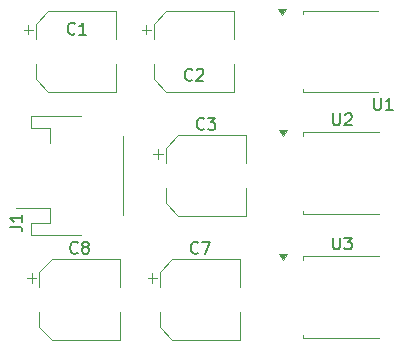
<source format=gbr>
%TF.GenerationSoftware,KiCad,Pcbnew,9.0.6*%
%TF.CreationDate,2025-12-25T16:33:08+05:30*%
%TF.ProjectId,GitHub2,47697448-7562-4322-9e6b-696361645f70,rev?*%
%TF.SameCoordinates,Original*%
%TF.FileFunction,Legend,Top*%
%TF.FilePolarity,Positive*%
%FSLAX46Y46*%
G04 Gerber Fmt 4.6, Leading zero omitted, Abs format (unit mm)*
G04 Created by KiCad (PCBNEW 9.0.6) date 2025-12-25 16:33:08*
%MOMM*%
%LPD*%
G01*
G04 APERTURE LIST*
%ADD10C,0.150000*%
%ADD11C,0.120000*%
G04 APERTURE END LIST*
D10*
X43738095Y-20429819D02*
X43738095Y-21239342D01*
X43738095Y-21239342D02*
X43785714Y-21334580D01*
X43785714Y-21334580D02*
X43833333Y-21382200D01*
X43833333Y-21382200D02*
X43928571Y-21429819D01*
X43928571Y-21429819D02*
X44119047Y-21429819D01*
X44119047Y-21429819D02*
X44214285Y-21382200D01*
X44214285Y-21382200D02*
X44261904Y-21334580D01*
X44261904Y-21334580D02*
X44309523Y-21239342D01*
X44309523Y-21239342D02*
X44309523Y-20429819D01*
X45309523Y-21429819D02*
X44738095Y-21429819D01*
X45023809Y-21429819D02*
X45023809Y-20429819D01*
X45023809Y-20429819D02*
X44928571Y-20572676D01*
X44928571Y-20572676D02*
X44833333Y-20667914D01*
X44833333Y-20667914D02*
X44738095Y-20715533D01*
X40278095Y-21734819D02*
X40278095Y-22544342D01*
X40278095Y-22544342D02*
X40325714Y-22639580D01*
X40325714Y-22639580D02*
X40373333Y-22687200D01*
X40373333Y-22687200D02*
X40468571Y-22734819D01*
X40468571Y-22734819D02*
X40659047Y-22734819D01*
X40659047Y-22734819D02*
X40754285Y-22687200D01*
X40754285Y-22687200D02*
X40801904Y-22639580D01*
X40801904Y-22639580D02*
X40849523Y-22544342D01*
X40849523Y-22544342D02*
X40849523Y-21734819D01*
X41278095Y-21830057D02*
X41325714Y-21782438D01*
X41325714Y-21782438D02*
X41420952Y-21734819D01*
X41420952Y-21734819D02*
X41659047Y-21734819D01*
X41659047Y-21734819D02*
X41754285Y-21782438D01*
X41754285Y-21782438D02*
X41801904Y-21830057D01*
X41801904Y-21830057D02*
X41849523Y-21925295D01*
X41849523Y-21925295D02*
X41849523Y-22020533D01*
X41849523Y-22020533D02*
X41801904Y-22163390D01*
X41801904Y-22163390D02*
X41230476Y-22734819D01*
X41230476Y-22734819D02*
X41849523Y-22734819D01*
X18407463Y-14960550D02*
X18359844Y-15008170D01*
X18359844Y-15008170D02*
X18216987Y-15055789D01*
X18216987Y-15055789D02*
X18121749Y-15055789D01*
X18121749Y-15055789D02*
X17978892Y-15008170D01*
X17978892Y-15008170D02*
X17883654Y-14912931D01*
X17883654Y-14912931D02*
X17836035Y-14817693D01*
X17836035Y-14817693D02*
X17788416Y-14627217D01*
X17788416Y-14627217D02*
X17788416Y-14484360D01*
X17788416Y-14484360D02*
X17836035Y-14293884D01*
X17836035Y-14293884D02*
X17883654Y-14198646D01*
X17883654Y-14198646D02*
X17978892Y-14103408D01*
X17978892Y-14103408D02*
X18121749Y-14055789D01*
X18121749Y-14055789D02*
X18216987Y-14055789D01*
X18216987Y-14055789D02*
X18359844Y-14103408D01*
X18359844Y-14103408D02*
X18407463Y-14151027D01*
X19359844Y-15055789D02*
X18788416Y-15055789D01*
X19074130Y-15055789D02*
X19074130Y-14055789D01*
X19074130Y-14055789D02*
X18978892Y-14198646D01*
X18978892Y-14198646D02*
X18883654Y-14293884D01*
X18883654Y-14293884D02*
X18788416Y-14341503D01*
X29333333Y-23009580D02*
X29285714Y-23057200D01*
X29285714Y-23057200D02*
X29142857Y-23104819D01*
X29142857Y-23104819D02*
X29047619Y-23104819D01*
X29047619Y-23104819D02*
X28904762Y-23057200D01*
X28904762Y-23057200D02*
X28809524Y-22961961D01*
X28809524Y-22961961D02*
X28761905Y-22866723D01*
X28761905Y-22866723D02*
X28714286Y-22676247D01*
X28714286Y-22676247D02*
X28714286Y-22533390D01*
X28714286Y-22533390D02*
X28761905Y-22342914D01*
X28761905Y-22342914D02*
X28809524Y-22247676D01*
X28809524Y-22247676D02*
X28904762Y-22152438D01*
X28904762Y-22152438D02*
X29047619Y-22104819D01*
X29047619Y-22104819D02*
X29142857Y-22104819D01*
X29142857Y-22104819D02*
X29285714Y-22152438D01*
X29285714Y-22152438D02*
X29333333Y-22200057D01*
X29666667Y-22104819D02*
X30285714Y-22104819D01*
X30285714Y-22104819D02*
X29952381Y-22485771D01*
X29952381Y-22485771D02*
X30095238Y-22485771D01*
X30095238Y-22485771D02*
X30190476Y-22533390D01*
X30190476Y-22533390D02*
X30238095Y-22581009D01*
X30238095Y-22581009D02*
X30285714Y-22676247D01*
X30285714Y-22676247D02*
X30285714Y-22914342D01*
X30285714Y-22914342D02*
X30238095Y-23009580D01*
X30238095Y-23009580D02*
X30190476Y-23057200D01*
X30190476Y-23057200D02*
X30095238Y-23104819D01*
X30095238Y-23104819D02*
X29809524Y-23104819D01*
X29809524Y-23104819D02*
X29714286Y-23057200D01*
X29714286Y-23057200D02*
X29666667Y-23009580D01*
X18633333Y-33509580D02*
X18585714Y-33557200D01*
X18585714Y-33557200D02*
X18442857Y-33604819D01*
X18442857Y-33604819D02*
X18347619Y-33604819D01*
X18347619Y-33604819D02*
X18204762Y-33557200D01*
X18204762Y-33557200D02*
X18109524Y-33461961D01*
X18109524Y-33461961D02*
X18061905Y-33366723D01*
X18061905Y-33366723D02*
X18014286Y-33176247D01*
X18014286Y-33176247D02*
X18014286Y-33033390D01*
X18014286Y-33033390D02*
X18061905Y-32842914D01*
X18061905Y-32842914D02*
X18109524Y-32747676D01*
X18109524Y-32747676D02*
X18204762Y-32652438D01*
X18204762Y-32652438D02*
X18347619Y-32604819D01*
X18347619Y-32604819D02*
X18442857Y-32604819D01*
X18442857Y-32604819D02*
X18585714Y-32652438D01*
X18585714Y-32652438D02*
X18633333Y-32700057D01*
X19204762Y-33033390D02*
X19109524Y-32985771D01*
X19109524Y-32985771D02*
X19061905Y-32938152D01*
X19061905Y-32938152D02*
X19014286Y-32842914D01*
X19014286Y-32842914D02*
X19014286Y-32795295D01*
X19014286Y-32795295D02*
X19061905Y-32700057D01*
X19061905Y-32700057D02*
X19109524Y-32652438D01*
X19109524Y-32652438D02*
X19204762Y-32604819D01*
X19204762Y-32604819D02*
X19395238Y-32604819D01*
X19395238Y-32604819D02*
X19490476Y-32652438D01*
X19490476Y-32652438D02*
X19538095Y-32700057D01*
X19538095Y-32700057D02*
X19585714Y-32795295D01*
X19585714Y-32795295D02*
X19585714Y-32842914D01*
X19585714Y-32842914D02*
X19538095Y-32938152D01*
X19538095Y-32938152D02*
X19490476Y-32985771D01*
X19490476Y-32985771D02*
X19395238Y-33033390D01*
X19395238Y-33033390D02*
X19204762Y-33033390D01*
X19204762Y-33033390D02*
X19109524Y-33081009D01*
X19109524Y-33081009D02*
X19061905Y-33128628D01*
X19061905Y-33128628D02*
X19014286Y-33223866D01*
X19014286Y-33223866D02*
X19014286Y-33414342D01*
X19014286Y-33414342D02*
X19061905Y-33509580D01*
X19061905Y-33509580D02*
X19109524Y-33557200D01*
X19109524Y-33557200D02*
X19204762Y-33604819D01*
X19204762Y-33604819D02*
X19395238Y-33604819D01*
X19395238Y-33604819D02*
X19490476Y-33557200D01*
X19490476Y-33557200D02*
X19538095Y-33509580D01*
X19538095Y-33509580D02*
X19585714Y-33414342D01*
X19585714Y-33414342D02*
X19585714Y-33223866D01*
X19585714Y-33223866D02*
X19538095Y-33128628D01*
X19538095Y-33128628D02*
X19490476Y-33081009D01*
X19490476Y-33081009D02*
X19395238Y-33033390D01*
X40278095Y-32234819D02*
X40278095Y-33044342D01*
X40278095Y-33044342D02*
X40325714Y-33139580D01*
X40325714Y-33139580D02*
X40373333Y-33187200D01*
X40373333Y-33187200D02*
X40468571Y-33234819D01*
X40468571Y-33234819D02*
X40659047Y-33234819D01*
X40659047Y-33234819D02*
X40754285Y-33187200D01*
X40754285Y-33187200D02*
X40801904Y-33139580D01*
X40801904Y-33139580D02*
X40849523Y-33044342D01*
X40849523Y-33044342D02*
X40849523Y-32234819D01*
X41230476Y-32234819D02*
X41849523Y-32234819D01*
X41849523Y-32234819D02*
X41516190Y-32615771D01*
X41516190Y-32615771D02*
X41659047Y-32615771D01*
X41659047Y-32615771D02*
X41754285Y-32663390D01*
X41754285Y-32663390D02*
X41801904Y-32711009D01*
X41801904Y-32711009D02*
X41849523Y-32806247D01*
X41849523Y-32806247D02*
X41849523Y-33044342D01*
X41849523Y-33044342D02*
X41801904Y-33139580D01*
X41801904Y-33139580D02*
X41754285Y-33187200D01*
X41754285Y-33187200D02*
X41659047Y-33234819D01*
X41659047Y-33234819D02*
X41373333Y-33234819D01*
X41373333Y-33234819D02*
X41278095Y-33187200D01*
X41278095Y-33187200D02*
X41230476Y-33139580D01*
X28833333Y-33509580D02*
X28785714Y-33557200D01*
X28785714Y-33557200D02*
X28642857Y-33604819D01*
X28642857Y-33604819D02*
X28547619Y-33604819D01*
X28547619Y-33604819D02*
X28404762Y-33557200D01*
X28404762Y-33557200D02*
X28309524Y-33461961D01*
X28309524Y-33461961D02*
X28261905Y-33366723D01*
X28261905Y-33366723D02*
X28214286Y-33176247D01*
X28214286Y-33176247D02*
X28214286Y-33033390D01*
X28214286Y-33033390D02*
X28261905Y-32842914D01*
X28261905Y-32842914D02*
X28309524Y-32747676D01*
X28309524Y-32747676D02*
X28404762Y-32652438D01*
X28404762Y-32652438D02*
X28547619Y-32604819D01*
X28547619Y-32604819D02*
X28642857Y-32604819D01*
X28642857Y-32604819D02*
X28785714Y-32652438D01*
X28785714Y-32652438D02*
X28833333Y-32700057D01*
X29166667Y-32604819D02*
X29833333Y-32604819D01*
X29833333Y-32604819D02*
X29404762Y-33604819D01*
X28333333Y-18859580D02*
X28285714Y-18907200D01*
X28285714Y-18907200D02*
X28142857Y-18954819D01*
X28142857Y-18954819D02*
X28047619Y-18954819D01*
X28047619Y-18954819D02*
X27904762Y-18907200D01*
X27904762Y-18907200D02*
X27809524Y-18811961D01*
X27809524Y-18811961D02*
X27761905Y-18716723D01*
X27761905Y-18716723D02*
X27714286Y-18526247D01*
X27714286Y-18526247D02*
X27714286Y-18383390D01*
X27714286Y-18383390D02*
X27761905Y-18192914D01*
X27761905Y-18192914D02*
X27809524Y-18097676D01*
X27809524Y-18097676D02*
X27904762Y-18002438D01*
X27904762Y-18002438D02*
X28047619Y-17954819D01*
X28047619Y-17954819D02*
X28142857Y-17954819D01*
X28142857Y-17954819D02*
X28285714Y-18002438D01*
X28285714Y-18002438D02*
X28333333Y-18050057D01*
X28714286Y-18050057D02*
X28761905Y-18002438D01*
X28761905Y-18002438D02*
X28857143Y-17954819D01*
X28857143Y-17954819D02*
X29095238Y-17954819D01*
X29095238Y-17954819D02*
X29190476Y-18002438D01*
X29190476Y-18002438D02*
X29238095Y-18050057D01*
X29238095Y-18050057D02*
X29285714Y-18145295D01*
X29285714Y-18145295D02*
X29285714Y-18240533D01*
X29285714Y-18240533D02*
X29238095Y-18383390D01*
X29238095Y-18383390D02*
X28666667Y-18954819D01*
X28666667Y-18954819D02*
X29285714Y-18954819D01*
X12954819Y-31333333D02*
X13669104Y-31333333D01*
X13669104Y-31333333D02*
X13811961Y-31380952D01*
X13811961Y-31380952D02*
X13907200Y-31476190D01*
X13907200Y-31476190D02*
X13954819Y-31619047D01*
X13954819Y-31619047D02*
X13954819Y-31714285D01*
X13954819Y-30333333D02*
X13954819Y-30904761D01*
X13954819Y-30619047D02*
X12954819Y-30619047D01*
X12954819Y-30619047D02*
X13097676Y-30714285D01*
X13097676Y-30714285D02*
X13192914Y-30809523D01*
X13192914Y-30809523D02*
X13240533Y-30904761D01*
D11*
%TO.C,U1*%
X37690000Y-13050000D02*
X37690000Y-13320000D01*
X37690000Y-19950000D02*
X37690000Y-19680000D01*
X44110000Y-13050000D02*
X37690000Y-13050000D01*
X44110000Y-19950000D02*
X37690000Y-19950000D01*
X35960000Y-13360000D02*
X35620000Y-12890000D01*
X36300000Y-12890000D01*
X35960000Y-13360000D01*
G36*
X35960000Y-13360000D02*
G01*
X35620000Y-12890000D01*
X36300000Y-12890000D01*
X35960000Y-13360000D01*
G37*
%TO.C,U2*%
X37730000Y-23330000D02*
X37730000Y-23600000D01*
X37730000Y-30230000D02*
X37730000Y-29960000D01*
X44150000Y-23330000D02*
X37730000Y-23330000D01*
X44150000Y-30230000D02*
X37730000Y-30230000D01*
X36000000Y-23640000D02*
X35660000Y-23170000D01*
X36340000Y-23170000D01*
X36000000Y-23640000D01*
G36*
X36000000Y-23640000D02*
G01*
X35660000Y-23170000D01*
X36340000Y-23170000D01*
X36000000Y-23640000D01*
G37*
%TO.C,C1*%
X14062500Y-14652500D02*
X14850000Y-14652500D01*
X14456250Y-14258750D02*
X14456250Y-15046250D01*
X15090000Y-14154437D02*
X15090000Y-15440000D01*
X15090000Y-14154437D02*
X16154437Y-13090000D01*
X15090000Y-18845563D02*
X15090000Y-17560000D01*
X15090000Y-18845563D02*
X16154437Y-19910000D01*
X16154437Y-13090000D02*
X21910000Y-13090000D01*
X16154437Y-19910000D02*
X21910000Y-19910000D01*
X21910000Y-13090000D02*
X21910000Y-15440000D01*
X21910000Y-19910000D02*
X21910000Y-17560000D01*
%TO.C,C3*%
X25062500Y-25152500D02*
X25850000Y-25152500D01*
X25456250Y-24758750D02*
X25456250Y-25546250D01*
X26090000Y-24654437D02*
X26090000Y-25940000D01*
X26090000Y-24654437D02*
X27154437Y-23590000D01*
X26090000Y-29345563D02*
X26090000Y-28060000D01*
X26090000Y-29345563D02*
X27154437Y-30410000D01*
X27154437Y-23590000D02*
X32910000Y-23590000D01*
X27154437Y-30410000D02*
X32910000Y-30410000D01*
X32910000Y-23590000D02*
X32910000Y-25940000D01*
X32910000Y-30410000D02*
X32910000Y-28060000D01*
%TO.C,C8*%
X14362500Y-35652500D02*
X15150000Y-35652500D01*
X14756250Y-35258750D02*
X14756250Y-36046250D01*
X15390000Y-35154437D02*
X15390000Y-36440000D01*
X15390000Y-35154437D02*
X16454437Y-34090000D01*
X15390000Y-39845563D02*
X15390000Y-38560000D01*
X15390000Y-39845563D02*
X16454437Y-40910000D01*
X16454437Y-34090000D02*
X22210000Y-34090000D01*
X16454437Y-40910000D02*
X22210000Y-40910000D01*
X22210000Y-34090000D02*
X22210000Y-36440000D01*
X22210000Y-40910000D02*
X22210000Y-38560000D01*
%TO.C,U3*%
X37730000Y-33830000D02*
X37730000Y-34100000D01*
X37730000Y-40730000D02*
X37730000Y-40460000D01*
X44150000Y-33830000D02*
X37730000Y-33830000D01*
X44150000Y-40730000D02*
X37730000Y-40730000D01*
X36000000Y-34140000D02*
X35660000Y-33670000D01*
X36340000Y-33670000D01*
X36000000Y-34140000D01*
G36*
X36000000Y-34140000D02*
G01*
X35660000Y-33670000D01*
X36340000Y-33670000D01*
X36000000Y-34140000D01*
G37*
%TO.C,C7*%
X24562500Y-35652500D02*
X25350000Y-35652500D01*
X24956250Y-35258750D02*
X24956250Y-36046250D01*
X25590000Y-35154437D02*
X25590000Y-36440000D01*
X25590000Y-35154437D02*
X26654437Y-34090000D01*
X25590000Y-39845563D02*
X25590000Y-38560000D01*
X25590000Y-39845563D02*
X26654437Y-40910000D01*
X26654437Y-34090000D02*
X32410000Y-34090000D01*
X26654437Y-40910000D02*
X32410000Y-40910000D01*
X32410000Y-34090000D02*
X32410000Y-36440000D01*
X32410000Y-40910000D02*
X32410000Y-38560000D01*
%TO.C,C2*%
X24062500Y-14652500D02*
X24850000Y-14652500D01*
X24456250Y-14258750D02*
X24456250Y-15046250D01*
X25090000Y-14154437D02*
X25090000Y-15440000D01*
X25090000Y-14154437D02*
X26154437Y-13090000D01*
X25090000Y-18845563D02*
X25090000Y-17560000D01*
X25090000Y-18845563D02*
X26154437Y-19910000D01*
X26154437Y-13090000D02*
X31910000Y-13090000D01*
X26154437Y-19910000D02*
X31910000Y-19910000D01*
X31910000Y-13090000D02*
X31910000Y-15440000D01*
X31910000Y-19910000D02*
X31910000Y-17560000D01*
%TO.C,J1*%
X14690000Y-21940000D02*
X14690000Y-22960000D01*
X14690000Y-22960000D02*
X16290000Y-22960000D01*
X14690000Y-31040000D02*
X16290000Y-31040000D01*
X14690000Y-32060000D02*
X14690000Y-31040000D01*
X16290000Y-22960000D02*
X16290000Y-24240000D01*
X16290000Y-29760000D02*
X13400000Y-29760000D01*
X16290000Y-31040000D02*
X16290000Y-29760000D01*
X18940000Y-21940000D02*
X14690000Y-21940000D01*
X18940000Y-32060000D02*
X14690000Y-32060000D01*
X22510000Y-30340000D02*
X22510000Y-23660000D01*
%TD*%
M02*

</source>
